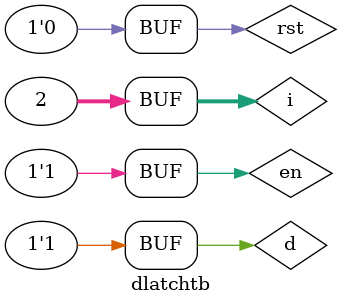
<source format=v>

module dlatchtb();
  reg d,rst,en;
  wire q,qb;
  integer i;
  
  //instanciation
  
  dlatch d1(d,en,rst,q,qb);
  
  initial begin
    rst=1;
    #2 rst=0; d=1; en=1;
    
    repeat (2) begin
      for(i=0;i<2;i=i+1) begin;
      	d=i; #2;
      end
    end
  end
  
  initial begin
    $monitor("d=%b,q=%b,time=%0t",d,q,$time);
  end
endmodule
//     #2 d=0;
//     #2 d=1;
//     #2 d=0;
//     #2 d=1;
//     #2 d=0;
//     #2 d=1;
//     #2 d=0;
//     #2 d=1;
    
  
    
    
    
</source>
